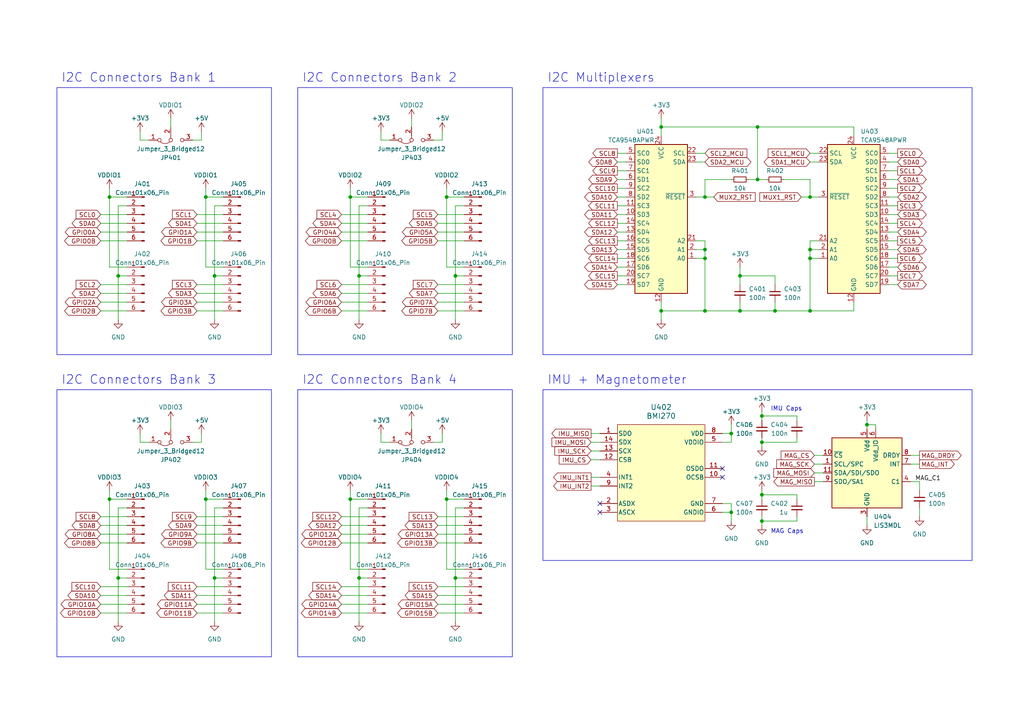
<source format=kicad_sch>
(kicad_sch (version 20230121) (generator eeschema)
  (paper "A4")
  (junction (at 234.95 74.93))
  (junction (at 214.63 80.01))
  (junction (at 31.75 57.15))
  (junction (at 251.46 123.19))
  (junction (at 34.29 167.64))
  (junction (at 212.09 125.73))
  (junction (at 219.71 36.83))
  (junction (at 214.63 90.17))
  (junction (at 234.95 90.17))
  (junction (at 224.79 90.17))
  (junction (at 191.77 90.17))
  (junction (at 132.08 167.64))
  (junction (at 220.98 120.65))
  (junction (at 132.08 80.01))
  (junction (at 204.47 90.17))
  (junction (at 234.95 72.39))
  (junction (at 104.14 80.01))
  (junction (at 204.47 74.93))
  (junction (at 59.69 57.15))
  (junction (at 191.77 36.83))
  (junction (at 220.98 128.27))
  (junction (at 59.69 144.78))
  (junction (at 101.6 144.78))
  (junction (at 220.98 151.13))
  (junction (at 219.71 52.07))
  (junction (at 104.14 167.64))
  (junction (at 129.54 57.15))
  (junction (at 204.47 72.39))
  (junction (at 220.98 143.51))
  (junction (at 204.47 57.15))
  (junction (at 34.29 80.01))
  (junction (at 129.54 144.78))
  (junction (at 212.09 148.59))
  (junction (at 62.23 167.64))
  (junction (at 62.23 80.01))
  (junction (at 101.6 57.15))
  (junction (at 31.75 144.78))
  (junction (at 234.95 57.15))
  (no_connect (at 173.99 148.59))
  (no_connect (at 209.55 138.43))
  (no_connect (at 173.99 146.05))
  (no_connect (at 209.55 135.89))
  (wire (pts (xy 101.6 144.78) (xy 101.6 142.24)))
  (wire (pts (xy 110.49 40.64) (xy 113.03 40.64)))
  (wire (pts (xy 236.22 134.62) (xy 238.76 134.62)))
  (wire (pts (xy 220.98 144.78) (xy 220.98 143.51)))
  (wire (pts (xy 104.14 167.64) (xy 106.68 167.64)))
  (wire (pts (xy 209.55 148.59) (xy 212.09 148.59)))
  (wire (pts (xy 106.68 165.1) (xy 101.6 165.1)))
  (wire (pts (xy 179.07 44.45) (xy 181.61 44.45)))
  (wire (pts (xy 266.7 139.7) (xy 264.16 139.7)))
  (wire (pts (xy 212.09 151.13) (xy 212.09 148.59)))
  (wire (pts (xy 224.79 90.17) (xy 234.95 90.17)))
  (wire (pts (xy 59.69 144.78) (xy 59.69 165.1)))
  (wire (pts (xy 57.15 175.26) (xy 64.77 175.26)))
  (wire (pts (xy 247.65 36.83) (xy 247.65 39.37)))
  (wire (pts (xy 127 175.26) (xy 134.62 175.26)))
  (wire (pts (xy 128.27 40.64) (xy 128.27 38.1)))
  (wire (pts (xy 104.14 180.34) (xy 104.14 167.64)))
  (wire (pts (xy 171.45 133.35) (xy 173.99 133.35)))
  (wire (pts (xy 104.14 59.69) (xy 106.68 59.69)))
  (wire (pts (xy 106.68 144.78) (xy 101.6 144.78)))
  (wire (pts (xy 179.07 46.99) (xy 181.61 46.99)))
  (wire (pts (xy 57.15 64.77) (xy 64.77 64.77)))
  (wire (pts (xy 260.35 57.15) (xy 257.81 57.15)))
  (wire (pts (xy 232.41 57.15) (xy 234.95 57.15)))
  (wire (pts (xy 36.83 144.78) (xy 31.75 144.78)))
  (wire (pts (xy 260.35 59.69) (xy 257.81 59.69)))
  (wire (pts (xy 58.42 128.27) (xy 58.42 125.73)))
  (wire (pts (xy 57.15 67.31) (xy 64.77 67.31)))
  (wire (pts (xy 55.88 128.27) (xy 58.42 128.27)))
  (wire (pts (xy 204.47 72.39) (xy 201.93 72.39)))
  (wire (pts (xy 260.35 69.85) (xy 257.81 69.85)))
  (wire (pts (xy 29.21 157.48) (xy 36.83 157.48)))
  (wire (pts (xy 29.21 67.31) (xy 36.83 67.31)))
  (wire (pts (xy 34.29 167.64) (xy 36.83 167.64)))
  (wire (pts (xy 99.06 149.86) (xy 106.68 149.86)))
  (wire (pts (xy 40.64 128.27) (xy 43.18 128.27)))
  (wire (pts (xy 134.62 57.15) (xy 129.54 57.15)))
  (wire (pts (xy 99.06 157.48) (xy 106.68 157.48)))
  (wire (pts (xy 99.06 172.72) (xy 106.68 172.72)))
  (wire (pts (xy 209.55 128.27) (xy 212.09 128.27)))
  (wire (pts (xy 171.45 130.81) (xy 173.99 130.81)))
  (wire (pts (xy 99.06 82.55) (xy 106.68 82.55)))
  (wire (pts (xy 234.95 74.93) (xy 237.49 74.93)))
  (wire (pts (xy 212.09 146.05) (xy 209.55 146.05)))
  (wire (pts (xy 212.09 128.27) (xy 212.09 125.73)))
  (wire (pts (xy 214.63 80.01) (xy 214.63 82.55)))
  (wire (pts (xy 204.47 90.17) (xy 214.63 90.17)))
  (wire (pts (xy 231.14 151.13) (xy 220.98 151.13)))
  (wire (pts (xy 104.14 147.32) (xy 106.68 147.32)))
  (wire (pts (xy 127 64.77) (xy 134.62 64.77)))
  (wire (pts (xy 127 172.72) (xy 134.62 172.72)))
  (wire (pts (xy 99.06 62.23) (xy 106.68 62.23)))
  (wire (pts (xy 62.23 167.64) (xy 64.77 167.64)))
  (wire (pts (xy 260.35 52.07) (xy 257.81 52.07)))
  (wire (pts (xy 266.7 134.62) (xy 264.16 134.62)))
  (wire (pts (xy 204.47 74.93) (xy 204.47 90.17)))
  (wire (pts (xy 99.06 177.8) (xy 106.68 177.8)))
  (wire (pts (xy 127 85.09) (xy 134.62 85.09)))
  (wire (pts (xy 179.07 57.15) (xy 181.61 57.15)))
  (wire (pts (xy 260.35 74.93) (xy 257.81 74.93)))
  (wire (pts (xy 204.47 46.99) (xy 201.93 46.99)))
  (wire (pts (xy 260.35 67.31) (xy 257.81 67.31)))
  (wire (pts (xy 40.64 38.1) (xy 40.64 40.64)))
  (wire (pts (xy 34.29 59.69) (xy 34.29 80.01)))
  (wire (pts (xy 234.95 90.17) (xy 247.65 90.17)))
  (wire (pts (xy 179.07 82.55) (xy 181.61 82.55)))
  (wire (pts (xy 234.95 44.45) (xy 237.49 44.45)))
  (wire (pts (xy 99.06 170.18) (xy 106.68 170.18)))
  (wire (pts (xy 99.06 67.31) (xy 106.68 67.31)))
  (wire (pts (xy 129.54 144.78) (xy 129.54 142.24)))
  (wire (pts (xy 127 82.55) (xy 134.62 82.55)))
  (wire (pts (xy 127 152.4) (xy 134.62 152.4)))
  (wire (pts (xy 29.21 172.72) (xy 36.83 172.72)))
  (wire (pts (xy 204.47 74.93) (xy 201.93 74.93)))
  (wire (pts (xy 34.29 147.32) (xy 34.29 167.64)))
  (wire (pts (xy 204.47 44.45) (xy 201.93 44.45)))
  (wire (pts (xy 62.23 147.32) (xy 64.77 147.32)))
  (wire (pts (xy 57.15 62.23) (xy 64.77 62.23)))
  (wire (pts (xy 266.7 142.24) (xy 266.7 139.7)))
  (wire (pts (xy 119.38 36.83) (xy 119.38 34.29)))
  (wire (pts (xy 55.88 40.64) (xy 58.42 40.64)))
  (wire (pts (xy 209.55 125.73) (xy 212.09 125.73)))
  (wire (pts (xy 134.62 77.47) (xy 129.54 77.47)))
  (wire (pts (xy 132.08 59.69) (xy 134.62 59.69)))
  (wire (pts (xy 57.15 90.17) (xy 64.77 90.17)))
  (wire (pts (xy 191.77 34.29) (xy 191.77 36.83)))
  (wire (pts (xy 129.54 144.78) (xy 129.54 165.1)))
  (wire (pts (xy 62.23 80.01) (xy 64.77 80.01)))
  (wire (pts (xy 227.33 52.07) (xy 234.95 52.07)))
  (wire (pts (xy 62.23 92.71) (xy 62.23 80.01)))
  (wire (pts (xy 251.46 124.46) (xy 251.46 123.19)))
  (wire (pts (xy 31.75 144.78) (xy 31.75 142.24)))
  (wire (pts (xy 127 170.18) (xy 134.62 170.18)))
  (wire (pts (xy 101.6 144.78) (xy 101.6 165.1)))
  (wire (pts (xy 62.23 59.69) (xy 64.77 59.69)))
  (wire (pts (xy 34.29 180.34) (xy 34.29 167.64)))
  (wire (pts (xy 29.21 170.18) (xy 36.83 170.18)))
  (wire (pts (xy 127 177.8) (xy 134.62 177.8)))
  (wire (pts (xy 254 124.46) (xy 254 123.19)))
  (wire (pts (xy 132.08 180.34) (xy 132.08 167.64)))
  (wire (pts (xy 179.07 80.01) (xy 181.61 80.01)))
  (wire (pts (xy 64.77 57.15) (xy 59.69 57.15)))
  (wire (pts (xy 49.53 124.46) (xy 49.53 121.92)))
  (wire (pts (xy 29.21 87.63) (xy 36.83 87.63)))
  (wire (pts (xy 29.21 69.85) (xy 36.83 69.85)))
  (wire (pts (xy 29.21 62.23) (xy 36.83 62.23)))
  (wire (pts (xy 234.95 57.15) (xy 237.49 57.15)))
  (wire (pts (xy 104.14 59.69) (xy 104.14 80.01)))
  (wire (pts (xy 171.45 128.27) (xy 173.99 128.27)))
  (wire (pts (xy 57.15 69.85) (xy 64.77 69.85)))
  (wire (pts (xy 64.77 144.78) (xy 59.69 144.78)))
  (wire (pts (xy 127 157.48) (xy 134.62 157.48)))
  (wire (pts (xy 212.09 52.07) (xy 204.47 52.07)))
  (wire (pts (xy 57.15 149.86) (xy 64.77 149.86)))
  (wire (pts (xy 224.79 82.55) (xy 224.79 80.01)))
  (wire (pts (xy 219.71 36.83) (xy 247.65 36.83)))
  (wire (pts (xy 34.29 92.71) (xy 34.29 80.01)))
  (wire (pts (xy 219.71 36.83) (xy 219.71 52.07)))
  (wire (pts (xy 179.07 64.77) (xy 181.61 64.77)))
  (wire (pts (xy 171.45 138.43) (xy 173.99 138.43)))
  (wire (pts (xy 234.95 74.93) (xy 234.95 90.17)))
  (wire (pts (xy 59.69 57.15) (xy 59.69 77.47)))
  (wire (pts (xy 179.07 62.23) (xy 181.61 62.23)))
  (wire (pts (xy 204.47 69.85) (xy 204.47 72.39)))
  (wire (pts (xy 134.62 165.1) (xy 129.54 165.1)))
  (wire (pts (xy 236.22 137.16) (xy 238.76 137.16)))
  (wire (pts (xy 104.14 92.71) (xy 104.14 80.01)))
  (wire (pts (xy 266.7 149.86) (xy 266.7 147.32)))
  (wire (pts (xy 266.7 132.08) (xy 264.16 132.08)))
  (wire (pts (xy 219.71 52.07) (xy 222.25 52.07)))
  (wire (pts (xy 57.15 85.09) (xy 64.77 85.09)))
  (wire (pts (xy 125.73 128.27) (xy 128.27 128.27)))
  (wire (pts (xy 31.75 144.78) (xy 31.75 165.1)))
  (wire (pts (xy 34.29 59.69) (xy 36.83 59.69)))
  (wire (pts (xy 132.08 147.32) (xy 132.08 167.64)))
  (wire (pts (xy 132.08 167.64) (xy 134.62 167.64)))
  (wire (pts (xy 106.68 57.15) (xy 101.6 57.15)))
  (wire (pts (xy 204.47 69.85) (xy 201.93 69.85)))
  (wire (pts (xy 260.35 54.61) (xy 257.81 54.61)))
  (wire (pts (xy 236.22 139.7) (xy 238.76 139.7)))
  (wire (pts (xy 220.98 128.27) (xy 220.98 127)))
  (wire (pts (xy 217.17 52.07) (xy 219.71 52.07)))
  (wire (pts (xy 29.21 90.17) (xy 36.83 90.17)))
  (wire (pts (xy 220.98 121.92) (xy 220.98 120.65)))
  (wire (pts (xy 260.35 44.45) (xy 257.81 44.45)))
  (wire (pts (xy 214.63 87.63) (xy 214.63 90.17)))
  (wire (pts (xy 204.47 57.15) (xy 207.01 57.15)))
  (wire (pts (xy 127 62.23) (xy 134.62 62.23)))
  (wire (pts (xy 260.35 46.99) (xy 257.81 46.99)))
  (wire (pts (xy 59.69 57.15) (xy 59.69 54.61)))
  (wire (pts (xy 29.21 85.09) (xy 36.83 85.09)))
  (wire (pts (xy 204.47 52.07) (xy 204.47 57.15)))
  (wire (pts (xy 234.95 69.85) (xy 234.95 72.39)))
  (wire (pts (xy 99.06 152.4) (xy 106.68 152.4)))
  (wire (pts (xy 212.09 148.59) (xy 212.09 146.05)))
  (wire (pts (xy 260.35 80.01) (xy 257.81 80.01)))
  (wire (pts (xy 191.77 90.17) (xy 191.77 87.63)))
  (wire (pts (xy 231.14 121.92) (xy 231.14 120.65)))
  (wire (pts (xy 36.83 57.15) (xy 31.75 57.15)))
  (wire (pts (xy 179.07 67.31) (xy 181.61 67.31)))
  (wire (pts (xy 104.14 80.01) (xy 106.68 80.01)))
  (wire (pts (xy 62.23 59.69) (xy 62.23 80.01)))
  (wire (pts (xy 29.21 64.77) (xy 36.83 64.77)))
  (wire (pts (xy 231.14 128.27) (xy 220.98 128.27)))
  (wire (pts (xy 191.77 36.83) (xy 191.77 39.37)))
  (wire (pts (xy 224.79 87.63) (xy 224.79 90.17)))
  (wire (pts (xy 119.38 124.46) (xy 119.38 121.92)))
  (wire (pts (xy 34.29 80.01) (xy 36.83 80.01)))
  (wire (pts (xy 212.09 125.73) (xy 212.09 123.19)))
  (wire (pts (xy 127 154.94) (xy 134.62 154.94)))
  (wire (pts (xy 260.35 82.55) (xy 257.81 82.55)))
  (wire (pts (xy 31.75 57.15) (xy 31.75 77.47)))
  (wire (pts (xy 34.29 147.32) (xy 36.83 147.32)))
  (wire (pts (xy 179.07 54.61) (xy 181.61 54.61)))
  (wire (pts (xy 134.62 144.78) (xy 129.54 144.78)))
  (wire (pts (xy 231.14 143.51) (xy 220.98 143.51)))
  (wire (pts (xy 260.35 72.39) (xy 257.81 72.39)))
  (wire (pts (xy 231.14 120.65) (xy 220.98 120.65)))
  (wire (pts (xy 29.21 82.55) (xy 36.83 82.55)))
  (wire (pts (xy 234.95 69.85) (xy 237.49 69.85)))
  (wire (pts (xy 191.77 90.17) (xy 191.77 92.71)))
  (wire (pts (xy 191.77 36.83) (xy 219.71 36.83)))
  (wire (pts (xy 179.07 77.47) (xy 181.61 77.47)))
  (wire (pts (xy 127 87.63) (xy 134.62 87.63)))
  (wire (pts (xy 260.35 49.53) (xy 257.81 49.53)))
  (wire (pts (xy 236.22 132.08) (xy 238.76 132.08)))
  (wire (pts (xy 57.15 152.4) (xy 64.77 152.4)))
  (wire (pts (xy 214.63 80.01) (xy 224.79 80.01)))
  (wire (pts (xy 204.47 90.17) (xy 191.77 90.17)))
  (wire (pts (xy 57.15 172.72) (xy 64.77 172.72)))
  (wire (pts (xy 57.15 82.55) (xy 64.77 82.55)))
  (wire (pts (xy 62.23 180.34) (xy 62.23 167.64)))
  (wire (pts (xy 132.08 59.69) (xy 132.08 80.01)))
  (wire (pts (xy 101.6 57.15) (xy 101.6 77.47)))
  (wire (pts (xy 254 123.19) (xy 251.46 123.19)))
  (wire (pts (xy 260.35 64.77) (xy 257.81 64.77)))
  (wire (pts (xy 251.46 152.4) (xy 251.46 149.86)))
  (wire (pts (xy 234.95 72.39) (xy 234.95 74.93)))
  (wire (pts (xy 220.98 143.51) (xy 220.98 142.24)))
  (wire (pts (xy 204.47 72.39) (xy 204.47 74.93)))
  (wire (pts (xy 101.6 57.15) (xy 101.6 54.61)))
  (wire (pts (xy 251.46 123.19) (xy 251.46 121.92)))
  (wire (pts (xy 220.98 129.54) (xy 220.98 128.27)))
  (wire (pts (xy 179.07 74.93) (xy 181.61 74.93)))
  (wire (pts (xy 110.49 125.73) (xy 110.49 128.27)))
  (wire (pts (xy 260.35 77.47) (xy 257.81 77.47)))
  (wire (pts (xy 29.21 149.86) (xy 36.83 149.86)))
  (wire (pts (xy 99.06 69.85) (xy 106.68 69.85)))
  (wire (pts (xy 234.95 52.07) (xy 234.95 57.15)))
  (wire (pts (xy 231.14 149.86) (xy 231.14 151.13)))
  (wire (pts (xy 179.07 49.53) (xy 181.61 49.53)))
  (wire (pts (xy 132.08 147.32) (xy 134.62 147.32)))
  (wire (pts (xy 179.07 59.69) (xy 181.61 59.69)))
  (wire (pts (xy 40.64 125.73) (xy 40.64 128.27)))
  (wire (pts (xy 40.64 40.64) (xy 43.18 40.64)))
  (wire (pts (xy 99.06 90.17) (xy 106.68 90.17)))
  (wire (pts (xy 179.07 52.07) (xy 181.61 52.07)))
  (wire (pts (xy 104.14 147.32) (xy 104.14 167.64)))
  (wire (pts (xy 57.15 177.8) (xy 64.77 177.8)))
  (wire (pts (xy 179.07 69.85) (xy 181.61 69.85)))
  (wire (pts (xy 36.83 77.47) (xy 31.75 77.47)))
  (wire (pts (xy 214.63 77.47) (xy 214.63 80.01)))
  (wire (pts (xy 132.08 92.71) (xy 132.08 80.01)))
  (wire (pts (xy 59.69 144.78) (xy 59.69 142.24)))
  (wire (pts (xy 57.15 157.48) (xy 64.77 157.48)))
  (wire (pts (xy 128.27 128.27) (xy 128.27 125.73)))
  (wire (pts (xy 231.14 127) (xy 231.14 128.27)))
  (wire (pts (xy 129.54 57.15) (xy 129.54 54.61)))
  (wire (pts (xy 29.21 177.8) (xy 36.83 177.8)))
  (wire (pts (xy 231.14 144.78) (xy 231.14 143.51)))
  (wire (pts (xy 171.45 140.97) (xy 173.99 140.97)))
  (wire (pts (xy 99.06 175.26) (xy 106.68 175.26)))
  (wire (pts (xy 64.77 165.1) (xy 59.69 165.1)))
  (wire (pts (xy 29.21 175.26) (xy 36.83 175.26)))
  (wire (pts (xy 110.49 38.1) (xy 110.49 40.64)))
  (wire (pts (xy 127 90.17) (xy 134.62 90.17)))
  (wire (pts (xy 110.49 128.27) (xy 113.03 128.27)))
  (wire (pts (xy 220.98 120.65) (xy 220.98 119.38)))
  (wire (pts (xy 106.68 77.47) (xy 101.6 77.47)))
  (wire (pts (xy 62.23 147.32) (xy 62.23 167.64)))
  (wire (pts (xy 64.77 77.47) (xy 59.69 77.47)))
  (wire (pts (xy 132.08 80.01) (xy 134.62 80.01)))
  (wire (pts (xy 57.15 170.18) (xy 64.77 170.18)))
  (wire (pts (xy 29.21 152.4) (xy 36.83 152.4)))
  (wire (pts (xy 129.54 57.15) (xy 129.54 77.47)))
  (wire (pts (xy 99.06 154.94) (xy 106.68 154.94)))
  (wire (pts (xy 57.15 87.63) (xy 64.77 87.63)))
  (wire (pts (xy 99.06 64.77) (xy 106.68 64.77)))
  (wire (pts (xy 125.73 40.64) (xy 128.27 40.64)))
  (wire (pts (xy 58.42 40.64) (xy 58.42 38.1)))
  (wire (pts (xy 31.75 57.15) (xy 31.75 54.61)))
  (wire (pts (xy 36.83 165.1) (xy 31.75 165.1)))
  (wire (pts (xy 127 69.85) (xy 134.62 69.85)))
  (wire (pts (xy 260.35 62.23) (xy 257.81 62.23)))
  (wire (pts (xy 201.93 57.15) (xy 204.47 57.15)))
  (wire (pts (xy 171.45 125.73) (xy 173.99 125.73)))
  (wire (pts (xy 99.06 85.09) (xy 106.68 85.09)))
  (wire (pts (xy 99.06 87.63) (xy 106.68 87.63)))
  (wire (pts (xy 220.98 152.4) (xy 220.98 151.13)))
  (wire (pts (xy 234.95 72.39) (xy 237.49 72.39)))
  (wire (pts (xy 49.53 36.83) (xy 49.53 34.29)))
  (wire (pts (xy 127 149.86) (xy 134.62 149.86)))
  (wire (pts (xy 57.15 154.94) (xy 64.77 154.94)))
  (wire (pts (xy 214.63 90.17) (xy 224.79 90.17)))
  (wire (pts (xy 234.95 46.99) (xy 237.49 46.99)))
  (wire (pts (xy 220.98 151.13) (xy 220.98 149.86)))
  (wire (pts (xy 29.21 154.94) (xy 36.83 154.94)))
  (wire (pts (xy 179.07 72.39) (xy 181.61 72.39)))
  (wire (pts (xy 247.65 90.17) (xy 247.65 87.63)))
  (wire (pts (xy 127 67.31) (xy 134.62 67.31)))
  (rectangle (start 157.48 113.03) (end 281.94 162.56))
  (rectangle (start 16.51 25.4) (end 78.74 102.87))
  (rectangle (start 157.48 25.4) (end 281.94 102.87))
  (rectangle (start 86.36 25.4) (end 148.59 102.87))
  (rectangle (start 86.36 113.03) (end 148.59 190.5))
  (rectangle (start 16.51 113.03) (end 78.74 190.5))
  (text "MAG Caps" (at 223.52 154.94 0) (effects (font (size 1.27 1.27)) (justify left bottom)))
  (text "I2C Connectors Bank 1" (at 17.78 24.13 0) (effects (font (size 2.54 2.54)) (justify left bottom)))
  (text "I2C Connectors Bank 4" (at 87.63 111.76 0) (effects (font (size 2.54 2.54)) (justify left bottom)))
  (text "I2C Connectors Bank 3" (at 17.78 111.76 0) (effects (font (size 2.54 2.54)) (justify left bottom)))
  (text "IMU Caps" (at 223.52 119.38 0) (effects (font (size 1.27 1.27)) (justify left bottom)))
  (text "IMU + Magnetometer" (at 158.75 111.76 0) (effects (font (size 2.54 2.54)) (justify left bottom)))
  (text "I2C Multiplexers" (at 158.75 24.13 0) (effects (font (size 2.54 2.54)) (justify left bottom)))
  (text "I2C Connectors Bank 2" (at 87.63 24.13 0) (effects (font (size 2.54 2.54)) (justify left bottom)))
  (label "MAG_C1" (at 265.43 139.7 0))
  (global_label "GPIO1B" (shape bidirectional) (at 57.15 69.85 180) (property "Intersheetrefs" "${INTERSHEET_REFS}" (effects hide)))
  (global_label "SDA7" (shape bidirectional) (at 127 85.09 180) (property "Intersheetrefs" "${INTERSHEET_REFS}" (effects hide)))
  (global_label "GPIO9B" (shape bidirectional) (at 57.15 157.48 180) (property "Intersheetrefs" "${INTERSHEET_REFS}" (effects hide)))
  (global_label "SCL15" (shape output) (at 179.07 80.01 180) (property "Intersheetrefs" "${INTERSHEET_REFS}" (effects hide)))
  (global_label "IMU_INT1" (shape output) (at 171.45 138.43 180) (property "Intersheetrefs" "${INTERSHEET_REFS}" (effects hide)))
  (global_label "SCL11" (shape input) (at 57.15 170.18 180) (property "Intersheetrefs" "${INTERSHEET_REFS}" (effects hide)))
  (global_label "GPIO0B" (shape bidirectional) (at 99.06 69.85 180) (property "Intersheetrefs" "${INTERSHEET_REFS}" (effects hide)))
  (global_label "MAG_INT" (shape output) (at 266.7 134.62 0) (property "Intersheetrefs" "${INTERSHEET_REFS}" (effects hide)))
  (global_label "SCL15" (shape input) (at 127 170.18 180) (property "Intersheetrefs" "${INTERSHEET_REFS}" (effects hide)))
  (global_label "SDA12" (shape bidirectional) (at 179.07 67.31 180) (property "Intersheetrefs" "${INTERSHEET_REFS}" (effects hide)))
  (global_label "SCL1_MCU" (shape input) (at 234.95 44.45 180) (property "Intersheetrefs" "${INTERSHEET_REFS}" (effects hide)))
  (global_label "GPIO11B" (shape bidirectional) (at 57.15 177.8 180) (property "Intersheetrefs" "${INTERSHEET_REFS}" (effects hide)))
  (global_label "IMU_MISO" (shape output) (at 171.45 125.73 180) (property "Intersheetrefs" "${INTERSHEET_REFS}" (effects hide)))
  (global_label "IMU_INT2" (shape output) (at 171.45 140.97 180) (property "Intersheetrefs" "${INTERSHEET_REFS}" (effects hide)))
  (global_label "SCL2" (shape input) (at 29.21 82.55 180) (property "Intersheetrefs" "${INTERSHEET_REFS}" (effects hide)))
  (global_label "SDA10" (shape bidirectional) (at 179.07 57.15 180) (property "Intersheetrefs" "${INTERSHEET_REFS}" (effects hide)))
  (global_label "IMU_SCK" (shape input) (at 171.45 130.81 180) (property "Intersheetrefs" "${INTERSHEET_REFS}" (effects hide)))
  (global_label "SCL9" (shape input) (at 57.15 149.86 180) (property "Intersheetrefs" "${INTERSHEET_REFS}" (effects hide)))
  (global_label "SDA10" (shape bidirectional) (at 29.21 172.72 180) (property "Intersheetrefs" "${INTERSHEET_REFS}" (effects hide)))
  (global_label "SCL2_MCU" (shape input) (at 204.47 44.45 0) (property "Intersheetrefs" "${INTERSHEET_REFS}" (effects hide)))
  (global_label "SDA3" (shape bidirectional) (at 260.35 62.23 0) (property "Intersheetrefs" "${INTERSHEET_REFS}" (effects hide)))
  (global_label "SCL3" (shape input) (at 57.15 82.55 180) (property "Intersheetrefs" "${INTERSHEET_REFS}" (effects hide)))
  (global_label "SDA9" (shape bidirectional) (at 57.15 152.4 180) (property "Intersheetrefs" "${INTERSHEET_REFS}" (effects hide)))
  (global_label "SCL12" (shape output) (at 179.07 64.77 180) (property "Intersheetrefs" "${INTERSHEET_REFS}" (effects hide)))
  (global_label "SCL6" (shape input) (at 99.06 82.55 180) (property "Intersheetrefs" "${INTERSHEET_REFS}" (effects hide)))
  (global_label "GPIO12A" (shape bidirectional) (at 99.06 154.94 180) (property "Intersheetrefs" "${INTERSHEET_REFS}" (effects hide)))
  (global_label "GPIO15A" (shape bidirectional) (at 127 175.26 180) (property "Intersheetrefs" "${INTERSHEET_REFS}" (effects hide)))
  (global_label "SCL11" (shape output) (at 179.07 59.69 180) (property "Intersheetrefs" "${INTERSHEET_REFS}" (effects hide)))
  (global_label "SCL8" (shape output) (at 179.07 44.45 180) (property "Intersheetrefs" "${INTERSHEET_REFS}" (effects hide)))
  (global_label "SDA8" (shape bidirectional) (at 29.21 152.4 180) (property "Intersheetrefs" "${INTERSHEET_REFS}" (effects hide)))
  (global_label "GPIO7A" (shape bidirectional) (at 127 87.63 180) (property "Intersheetrefs" "${INTERSHEET_REFS}" (effects hide)))
  (global_label "SDA3" (shape bidirectional) (at 57.15 85.09 180) (property "Intersheetrefs" "${INTERSHEET_REFS}" (effects hide)))
  (global_label "GPIO8A" (shape bidirectional) (at 29.21 154.94 180) (property "Intersheetrefs" "${INTERSHEET_REFS}" (effects hide)))
  (global_label "GPIO11A" (shape bidirectional) (at 57.15 175.26 180) (property "Intersheetrefs" "${INTERSHEET_REFS}" (effects hide)))
  (global_label "SDA13" (shape bidirectional) (at 127 152.4 180) (property "Intersheetrefs" "${INTERSHEET_REFS}" (effects hide)))
  (global_label "SDA15" (shape bidirectional) (at 127 172.72 180) (property "Intersheetrefs" "${INTERSHEET_REFS}" (effects hide)))
  (global_label "SCL14" (shape output) (at 179.07 74.93 180) (property "Intersheetrefs" "${INTERSHEET_REFS}" (effects hide)))
  (global_label "SCL14" (shape input) (at 99.06 170.18 180) (property "Intersheetrefs" "${INTERSHEET_REFS}" (effects hide)))
  (global_label "SDA14" (shape bidirectional) (at 99.06 172.72 180) (property "Intersheetrefs" "${INTERSHEET_REFS}" (effects hide)))
  (global_label "SDA1" (shape bidirectional) (at 57.15 64.77 180) (property "Intersheetrefs" "${INTERSHEET_REFS}" (effects hide)))
  (global_label "IMU_CS" (shape input) (at 171.45 133.35 180) (property "Intersheetrefs" "${INTERSHEET_REFS}" (effects hide)))
  (global_label "MUX1_RST" (shape input) (at 232.41 57.15 180) (property "Intersheetrefs" "${INTERSHEET_REFS}" (effects hide)))
  (global_label "SCL6" (shape output) (at 260.35 74.93 0) (property "Intersheetrefs" "${INTERSHEET_REFS}" (effects hide)))
  (global_label "GPIO14B" (shape bidirectional) (at 99.06 177.8 180) (property "Intersheetrefs" "${INTERSHEET_REFS}" (effects hide)))
  (global_label "MAG_DRDY" (shape output) (at 266.7 132.08 0) (property "Intersheetrefs" "${INTERSHEET_REFS}" (effects hide)))
  (global_label "GPIO10A" (shape bidirectional) (at 29.21 175.26 180) (property "Intersheetrefs" "${INTERSHEET_REFS}" (effects hide)))
  (global_label "MUX2_RST" (shape input) (at 207.01 57.15 0) (property "Intersheetrefs" "${INTERSHEET_REFS}" (effects hide)))
  (global_label "GPIO3B" (shape bidirectional) (at 57.15 90.17 180) (property "Intersheetrefs" "${INTERSHEET_REFS}" (effects hide)))
  (global_label "SDA6" (shape bidirectional) (at 99.06 85.09 180) (property "Intersheetrefs" "${INTERSHEET_REFS}" (effects hide)))
  (global_label "IMU_MOSI" (shape input) (at 171.45 128.27 180) (property "Intersheetrefs" "${INTERSHEET_REFS}" (effects hide)))
  (global_label "SCL1" (shape output) (at 260.35 49.53 0) (property "Intersheetrefs" "${INTERSHEET_REFS}" (effects hide)))
  (global_label "SCL13" (shape output) (at 179.07 69.85 180) (property "Intersheetrefs" "${INTERSHEET_REFS}" (effects hide)))
  (global_label "GPIO7B" (shape bidirectional) (at 127 90.17 180) (property "Intersheetrefs" "${INTERSHEET_REFS}" (effects hide)))
  (global_label "GPIO9A" (shape bidirectional) (at 57.15 154.94 180) (property "Intersheetrefs" "${INTERSHEET_REFS}" (effects hide)))
  (global_label "SDA0" (shape bidirectional) (at 260.35 46.99 0) (property "Intersheetrefs" "${INTERSHEET_REFS}" (effects hide)))
  (global_label "GPIO3A" (shape bidirectional) (at 57.15 87.63 180) (property "Intersheetrefs" "${INTERSHEET_REFS}" (effects hide)))
  (global_label "SCL2" (shape output) (at 260.35 54.61 0) (property "Intersheetrefs" "${INTERSHEET_REFS}" (effects hide)))
  (global_label "SCL12" (shape input) (at 99.06 149.86 180) (property "Intersheetrefs" "${INTERSHEET_REFS}" (effects hide)))
  (global_label "SDA1" (shape bidirectional) (at 260.35 52.07 0) (property "Intersheetrefs" "${INTERSHEET_REFS}" (effects hide)))
  (global_label "SCL4" (shape output) (at 260.35 64.77 0) (property "Intersheetrefs" "${INTERSHEET_REFS}" (effects hide)))
  (global_label "SDA2" (shape bidirectional) (at 29.21 85.09 180) (property "Intersheetrefs" "${INTERSHEET_REFS}" (effects hide)))
  (global_label "SCL7" (shape output) (at 260.35 80.01 0) (property "Intersheetrefs" "${INTERSHEET_REFS}" (effects hide)))
  (global_label "GPIO0A" (shape bidirectional) (at 29.21 67.31 180) (property "Intersheetrefs" "${INTERSHEET_REFS}" (effects hide)))
  (global_label "GPIO2A" (shape bidirectional) (at 29.21 87.63 180) (property "Intersheetrefs" "${INTERSHEET_REFS}" (effects hide)))
  (global_label "SDA4" (shape bidirectional) (at 260.35 67.31 0) (property "Intersheetrefs" "${INTERSHEET_REFS}" (effects hide)))
  (global_label "SCL5" (shape output) (at 260.35 69.85 0) (property "Intersheetrefs" "${INTERSHEET_REFS}" (effects hide)))
  (global_label "SDA2" (shape bidirectional) (at 260.35 57.15 0) (property "Intersheetrefs" "${INTERSHEET_REFS}" (effects hide)))
  (global_label "SCL5" (shape input) (at 127 62.23 180) (property "Intersheetrefs" "${INTERSHEET_REFS}" (effects hide)))
  (global_label "SDA13" (shape bidirectional) (at 179.07 72.39 180) (property "Intersheetrefs" "${INTERSHEET_REFS}" (effects hide)))
  (global_label "SDA1_MCU" (shape bidirectional) (at 234.95 46.99 180) (property "Intersheetrefs" "${INTERSHEET_REFS}" (effects hide)))
  (global_label "GPIO8B" (shape bidirectional) (at 29.21 157.48 180) (property "Intersheetrefs" "${INTERSHEET_REFS}" (effects hide)))
  (global_label "SDA5" (shape bidirectional) (at 260.35 72.39 0) (property "Intersheetrefs" "${INTERSHEET_REFS}" (effects hide)))
  (global_label "SDA15" (shape bidirectional) (at 179.07 82.55 180) (property "Intersheetrefs" "${INTERSHEET_REFS}" (effects hide)))
  (global_label "SDA11" (shape bidirectional) (at 179.07 62.23 180) (property "Intersheetrefs" "${INTERSHEET_REFS}" (effects hide)))
  (global_label "MAG_SCK" (shape input) (at 236.22 134.62 180) (property "Intersheetrefs" "${INTERSHEET_REFS}" (effects hide)))
  (global_label "SCL3" (shape output) (at 260.35 59.69 0) (property "Intersheetrefs" "${INTERSHEET_REFS}" (effects hide)))
  (global_label "SDA11" (shape bidirectional) (at 57.15 172.72 180) (property "Intersheetrefs" "${INTERSHEET_REFS}" (effects hide)))
  (global_label "SCL9" (shape output) (at 179.07 49.53 180) (property "Intersheetrefs" "${INTERSHEET_REFS}" (effects hide)))
  (global_label "MAG_MOSI" (shape input) (at 236.22 137.16 180) (property "Intersheetrefs" "${INTERSHEET_REFS}" (effects hide)))
  (global_label "SDA4" (shape bidirectional) (at 99.06 64.77 180) (property "Intersheetrefs" "${INTERSHEET_REFS}" (effects hide)))
  (global_label "GPIO5B" (shape bidirectional) (at 127 69.85 180) (property "Intersheetrefs" "${INTERSHEET_REFS}" (effects hide)))
  (global_label "SCL8" (shape input) (at 29.21 149.86 180) (property "Intersheetrefs" "${INTERSHEET_REFS}" (effects hide)))
  (global_label "MAG_MISO" (shape output) (at 236.22 139.7 180) (property "Intersheetrefs" "${INTERSHEET_REFS}" (effects hide)))
  (global_label "GPIO0B" (shape bidirectional) (at 29.21 69.85 180) (property "Intersheetrefs" "${INTERSHEET_REFS}" (effects hide)))
  (global_label "GPIO13A" (shape bidirectional) (at 127 154.94 180) (property "Intersheetrefs" "${INTERSHEET_REFS}" (effects hide)))
  (global_label "SDA8" (shape bidirectional) (at 179.07 46.99 180) (property "Intersheetrefs" "${INTERSHEET_REFS}" (effects hide)))
  (global_label "SCL4" (shape input) (at 99.06 62.23 180) (property "Intersheetrefs" "${INTERSHEET_REFS}" (effects hide)))
  (global_label "GPIO2B" (shape bidirectional) (at 29.21 90.17 180) (property "Intersheetrefs" "${INTERSHEET_REFS}" (effects hide)))
  (global_label "GPIO5A" (shape bidirectional) (at 127 67.31 180) (property "Intersheetrefs" "${INTERSHEET_REFS}" (effects hide)))
  (global_label "SCL13" (shape input) (at 127 149.86 180) (property "Intersheetrefs" "${INTERSHEET_REFS}" (effects hide)))
  (global_label "GPIO10B" (shape bidirectional) (at 29.21 177.8 180) (property "Intersheetrefs" "${INTERSHEET_REFS}" (effects hide)))
  (global_label "GPIO14A" (shape bidirectional) (at 99.06 175.26 180) (property "Intersheetrefs" "${INTERSHEET_REFS}" (effects hide)))
  (global_label "SCL10" (shape input) (at 29.21 170.18 180) (property "Intersheetrefs" "${INTERSHEET_REFS}" (effects hide)))
  (global_label "SCL7" (shape input) (at 127 82.55 180) (property "Intersheetrefs" "${INTERSHEET_REFS}" (effects hide)))
  (global_label "MAG_CS" (shape input) (at 236.22 132.08 180) (property "Intersheetrefs" "${INTERSHEET_REFS}" (effects hide)))
  (global_label "GPIO13B" (shape bidirectional) (at 127 157.48 180) (property "Intersheetrefs" "${INTERSHEET_REFS}" (effects hide)))
  (global_label "GPIO1A" (shape bidirectional) (at 57.15 67.31 180) (property "Intersheetrefs" "${INTERSHEET_REFS}" (effects hide)))
  (global_label "SCL0" (shape output) (at 260.35 44.45 0) (property "Intersheetrefs" "${INTERSHEET_REFS}" (effects hide)))
  (global_label "GPIO4A" (shape bidirectional) (at 99.06 67.31 180) (property "Intersheetrefs" "${INTERSHEET_REFS}" (effects hide)))
  (global_label "SCL10" (shape output) (at 179.07 54.61 180) (property "Intersheetrefs" "${INTERSHEET_REFS}" (effects hide)))
  (global_label "GPIO15B" (shape bidirectional) (at 127 177.8 180) (property "Intersheetrefs" "${INTERSHEET_REFS}" (effects hide)))
  (global_label "SDA12" (shape bidirectional) (at 99.06 152.4 180) (property "Intersheetrefs" "${INTERSHEET_REFS}" (effects hide)))
  (global_label "SDA2_MCU" (shape bidirectional) (at 204.47 46.99 0) (property "Intersheetrefs" "${INTERSHEET_REFS}" (effects hide)))
  (global_label "SCL1" (shape input) (at 57.15 62.23 180) (property "Intersheetrefs" "${INTERSHEET_REFS}" (effects hide)))
  (global_label "GPIO6A" (shape bidirectional) (at 99.06 87.63 180) (property "Intersheetrefs" "${INTERSHEET_REFS}" (effects hide)))
  (global_label "SDA5" (shape bidirectional) (at 127 64.77 180) (property "Intersheetrefs" "${INTERSHEET_REFS}" (effects hide)))
  (global_label "SDA9" (shape bidirectional) (at 179.07 52.07 180) (property "Intersheetrefs" "${INTERSHEET_REFS}" (effects hide)))
  (global_label "SDA6" (shape bidirectional) (at 260.35 77.47 0) (property "Intersheetrefs" "${INTERSHEET_REFS}" (effects hide)))
  (global_label "SDA7" (shape bidirectional) (at 260.35 82.55 0) (property "Intersheetrefs" "${INTERSHEET_REFS}" (effects hide)))
  (global_label "GPIO12B" (shape bidirectional) (at 99.06 157.48 180) (property "Intersheetrefs" "${INTERSHEET_REFS}" (effects hide)))
  (global_label "SDA0" (shape bidirectional) (at 29.21 64.77 180) (property "Intersheetrefs" "${INTERSHEET_REFS}" (effects hide)))
  (global_label "GPIO6B" (shape bidirectional) (at 99.06 90.17 180) (property "Intersheetrefs" "${INTERSHEET_REFS}" (effects hide)))
  (global_label "SCL0" (shape input) (at 29.21 62.23 180) (property "Intersheetrefs" "${INTERSHEET_REFS}" (effects hide)))
  (global_label "SDA14" (shape bidirectional) (at 179.07 77.47 180) (property "Intersheetrefs" "${INTERSHEET_REFS}" (effects hide)))
  (symbol (lib_id "TCA9548APWR:TCA9548APWR") (at 247.65 63.5 0) (unit 1)
    (property "Reference" "U403" (at 249.6059 38.1 0) (effects (justify left)))
    (property "Value" "TCA9548APWR" (at 249.6059 40.64 0) (effects (justify left)))
    (property "Footprint" "MSL Footprints:SOP65P640X120-24N" (effects hide))
    (property "Datasheet" "http://www.ti.com/lit/ds/symlink/tca9548a.pdf" (effects hide))
    (property "Height" "1.2" (effects hide))
    (property "Manufacturer_Name" "Texas Instruments" (effects hide))
    (property "Manufacturer_Part_Number" "TCA9548APWR" (effects hide))
    (property "Mouser Part Number" "595-TCA9548APWR" (effects hide))
    (property "Mouser Price/Stock" "https://www.mouser.co.uk/ProductDetail/Texas-Instruments/TCA9548APWR?qs=iFaFN7AS2WF%252BqSiJMbdYwQ%3D%3D" (effects hide))
    (property "Arrow Part Number" "TCA9548APWR" (effects hide))
    (property "Arrow Price/Stock" "https://www.arrow.com/en/products/tca9548apwr/texas-instruments?region=nac" (effects hide))
  )
  (symbol (lib_id "MSL_Symbols:VDDIO4") (at 119.38 121.92 0) (unit 1)
    (property "Reference" "#PWR0422" (effects hide))
    (property "Value" "VDDIO4" (at 119.38 118.11 0))
  )
  (symbol (lib_id "Connector:Conn_01x06_Pin") (at 41.91 170.18 0) (mirror y) (unit 1)
    (property "Reference" "J404" (at 41.275 161.29 0))
    (property "Value" "Conn_01x06_Pin" (at 41.275 163.83 0))
    (property "Footprint" "Connector_PinHeader_2.54mm:PinHeader_1x06_P2.54mm_Vertical" (effects hide))
  )
  (symbol (lib_id "Device:C_Small") (at 224.79 85.09 0) (unit 1)
    (property "Reference" "C403" (at 227.33 83.82 0) (effects (justify left)))
    (property "Value" "100n" (at 227.33 86.36 0) (effects (justify left)))
    (property "Footprint" "Capacitor_SMD:C_0402_1005Metric" (effects hide))
  )
  (symbol (lib_id "power:GND") (at 220.98 129.54 0) (mirror y) (unit 1)
    (property "Reference" "#PWR0438" (effects hide))
    (property "Value" "GND" (at 220.98 134.62 0))
  )
  (symbol (lib_id "power:+3V3") (at 110.49 125.73 0) (unit 1)
    (property "Reference" "#PWR0420" (effects hide))
    (property "Value" "+3V3" (at 110.49 121.92 0))
  )
  (symbol (lib_id "Connector:Conn_01x06_Pin") (at 41.91 62.23 0) (mirror y) (unit 1)
    (property "Reference" "J401" (at 41.275 53.34 0))
    (property "Value" "Conn_01x06_Pin" (at 41.275 55.88 0))
    (property "Footprint" "Connector_PinHeader_2.54mm:PinHeader_1x06_P2.54mm_Vertical" (effects hide))
  )
  (symbol (lib_id "Device:R_Small") (at 214.63 52.07 90) (unit 1)
    (property "Reference" "R401" (at 214.63 49.53 90))
    (property "Value" "10k" (at 214.63 54.61 90))
    (property "Footprint" "Resistor_SMD:R_0402_1005Metric" (effects hide))
  )
  (symbol (lib_id "MSL_Symbols:VDDIO3") (at 59.69 142.24 0) (unit 1)
    (property "Reference" "#PWR0412" (effects hide))
    (property "Value" "VDDIO3" (at 59.69 138.43 0))
  )
  (symbol (lib_id "Connector:Conn_01x06_Pin") (at 139.7 149.86 0) (mirror y) (unit 1)
    (property "Reference" "J415" (at 139.065 140.97 0))
    (property "Value" "Conn_01x06_Pin" (at 139.065 143.51 0))
    (property "Footprint" "Connector_PinHeader_2.54mm:PinHeader_1x06_P2.54mm_Vertical" (effects hide))
  )
  (symbol (lib_id "Connector:Conn_01x06_Pin") (at 111.76 170.18 0) (mirror y) (unit 1)
    (property "Reference" "J412" (at 111.125 161.29 0))
    (property "Value" "Conn_01x06_Pin" (at 111.125 163.83 0))
    (property "Footprint" "Connector_PinHeader_2.54mm:PinHeader_1x06_P2.54mm_Vertical" (effects hide))
  )
  (symbol (lib_id "power:+5V") (at 128.27 38.1 0) (unit 1)
    (property "Reference" "#PWR0423" (effects hide))
    (property "Value" "+5V" (at 128.27 34.29 0))
  )
  (symbol (lib_id "MSL_Symbols:VDDIO1") (at 49.53 34.29 0) (unit 1)
    (property "Reference" "#PWR0407" (effects hide))
    (property "Value" "VDDIO1" (at 49.53 30.48 0))
  )
  (symbol (lib_id "power:+3V3") (at 212.09 123.19 0) (unit 1)
    (property "Reference" "#PWR0432" (effects hide))
    (property "Value" "+3V3" (at 212.09 119.38 0))
  )
  (symbol (lib_id "Connector:Conn_01x06_Pin") (at 69.85 82.55 0) (mirror y) (unit 1)
    (property "Reference" "J406" (at 69.215 73.66 0))
    (property "Value" "Conn_01x06_Pin" (at 69.215 76.2 0))
    (property "Footprint" "Connector_PinHeader_2.54mm:PinHeader_1x06_P2.54mm_Vertical" (effects hide))
  )
  (symbol (lib_id "power:GND") (at 34.29 92.71 0) (unit 1)
    (property "Reference" "#PWR0403" (effects hide))
    (property "Value" "GND" (at 34.29 97.79 0))
  )
  (symbol (lib_id "power:GND") (at 191.77 92.71 0) (unit 1)
    (property "Reference" "#PWR0430" (effects hide))
    (property "Value" "GND" (at 191.77 97.79 0))
  )
  (symbol (lib_id "Device:C_Small") (at 231.14 124.46 0) (mirror y) (unit 1)
    (property "Reference" "C404" (at 228.6 123.19 0) (effects (justify left)))
    (property "Value" "100n" (at 228.6 125.73 0) (effects (justify left)))
    (property "Footprint" "Capacitor_SMD:C_0402_1005Metric" (effects hide))
  )
  (symbol (lib_id "TCA9548APWR:TCA9548APWR") (at 191.77 63.5 0) (mirror y) (unit 1)
    (property "Reference" "U401" (at 189.8141 38.1 0) (effects (justify left)))
    (property "Value" "TCA9548APWR" (at 189.8141 40.64 0) (effects (justify left)))
    (property "Footprint" "MSL Footprints:SOP65P640X120-24N" (effects hide))
    (property "Datasheet" "http://www.ti.com/lit/ds/symlink/tca9548a.pdf" (effects hide))
    (property "Height" "1.2" (effects hide))
    (property "Manufacturer_Name" "Texas Instruments" (effects hide))
    (property "Manufacturer_Part_Number" "TCA9548APWR" (effects hide))
    (property "Mouser Part Number" "595-TCA9548APWR" (effects hide))
    (property "Mouser Price/Stock" "https://www.mouser.co.uk/ProductDetail/Texas-Instruments/TCA9548APWR?qs=iFaFN7AS2WF%252BqSiJMbdYwQ%3D%3D" (effects hide))
    (property "Arrow Part Number" "TCA9548APWR" (effects hide))
    (property "Arrow Price/Stock" "https://www.arrow.com/en/products/tca9548apwr/texas-instruments?region=nac" (effects hide))
  )
  (symbol (lib_id "power:+3V3") (at 40.64 125.73 0) (unit 1)
    (property "Reference" "#PWR0406" (effects hide))
    (property "Value" "+3V3" (at 40.64 121.92 0))
  )
  (symbol (lib_id "power:GND") (at 62.23 180.34 0) (unit 1)
    (property "Reference" "#PWR0414" (effects hide))
    (property "Value" "GND" (at 62.23 185.42 0))
  )
  (symbol (lib_id "Device:C_Small") (at 266.7 144.78 0) (unit 1)
    (property "Reference" "C405" (at 269.24 143.51 0) (effects (justify left)))
    (property "Value" "100n" (at 269.24 146.05 0) (effects (justify left)))
    (property "Footprint" "Capacitor_SMD:C_0402_1005Metric" (effects hide))
  )
  (symbol (lib_id "power:GND") (at 132.08 92.71 0) (unit 1)
    (property "Reference" "#PWR0427" (effects hide))
    (property "Value" "GND" (at 132.08 97.79 0))
  )
  (symbol (lib_id "power:GND") (at 251.46 152.4 0) (unit 1)
    (property "Reference" "#PWR0434" (effects hide))
    (property "Value" "GND" (at 251.46 157.48 0))
  )
  (symbol (lib_id "power:+5V") (at 128.27 125.73 0) (unit 1)
    (property "Reference" "#PWR0424" (effects hide))
    (property "Value" "+5V" (at 128.27 121.92 0))
  )
  (symbol (lib_id "Jumper:Jumper_3_Bridged12") (at 119.38 40.64 0) (mirror x) (unit 1)
    (property "Reference" "JP403" (at 119.38 45.72 0))
    (property "Value" "Jumper_3_Bridged12" (at 119.38 43.18 0))
    (property "Footprint" "Connector_PinHeader_2.54mm:PinHeader_1x03_P2.54mm_Vertical" (effects hide))
  )
  (symbol (lib_id "power:GND") (at 34.29 180.34 0) (unit 1)
    (property "Reference" "#PWR0404" (effects hide))
    (property "Value" "GND" (at 34.29 185.42 0))
  )
  (symbol (lib_id "power:GND") (at 132.08 180.34 0) (unit 1)
    (property "Reference" "#PWR0428" (effects hide))
    (property "Value" "GND" (at 132.08 185.42 0))
  )
  (symbol (lib_id "Device:C_Small") (at 220.98 147.32 0) (mirror y) (unit 1)
    (property "Reference" "C407" (at 218.44 146.05 0) (effects (justify left)))
    (property "Value" "100n" (at 218.44 148.59 0) (effects (justify left)))
    (property "Footprint" "Capacitor_SMD:C_0402_1005Metric" (effects hide))
  )
  (symbol (lib_id "MSL_Symbols:VDDIO4") (at 101.6 142.24 0) (unit 1)
    (property "Reference" "#PWR0416" (effects hide))
    (property "Value" "VDDIO4" (at 101.6 138.43 0))
  )
  (symbol (lib_id "power:+3V3") (at 191.77 34.29 0) (unit 1)
    (property "Reference" "#PWR0429" (effects hide))
    (property "Value" "+3V3" (at 191.77 30.48 0))
  )
  (symbol (lib_id "MSL_Symbols:VDDIO3") (at 31.75 142.24 0) (unit 1)
    (property "Reference" "#PWR0402" (effects hide))
    (property "Value" "VDDIO3" (at 31.75 138.43 0))
  )
  (symbol (lib_id "power:+3V3") (at 251.46 121.92 0) (unit 1)
    (property "Reference" "#PWR0435" (effects hide))
    (property "Value" "+3V3" (at 251.46 118.11 0))
  )
  (symbol (lib_id "MSL_Symbols:VDDIO1") (at 59.69 54.61 0) (mirror y) (unit 1)
    (property "Reference" "#PWR0411" (effects hide))
    (property "Value" "VDDIO1" (at 59.69 50.8 0))
  )
  (symbol (lib_id "Connector:Conn_01x06_Pin") (at 41.91 82.55 0) (mirror y) (unit 1)
    (property "Reference" "J402" (at 41.275 73.66 0))
    (property "Value" "Conn_01x06_Pin" (at 41.275 76.2 0))
    (property "Footprint" "Connector_PinHeader_2.54mm:PinHeader_1x06_P2.54mm_Vertical" (effects hide))
  )
  (symbol (lib_id "Device:C_Small") (at 231.14 147.32 0) (mirror y) (unit 1)
    (property "Reference" "C402" (at 228.6 146.05 0) (effects (justify left)))
    (property "Value" "1u" (at 228.6 148.59 0) (effects (justify left)))
    (property "Footprint" "Capacitor_SMD:C_0402_1005Metric" (effects hide))
  )
  (symbol (lib_id "power:+3V3") (at 220.98 142.24 0) (mirror y) (unit 1)
    (property "Reference" "#PWR0439" (effects hide))
    (property "Value" "+3V3" (at 220.98 138.43 0))
  )
  (symbol (lib_id "MSL_Symbols:VDDIO4") (at 129.54 142.24 0) (unit 1)
    (property "Reference" "#PWR0426" (effects hide))
    (property "Value" "VDDIO4" (at 129.54 138.43 0))
  )
  (symbol (lib_id "power:+5V") (at 58.42 38.1 0) (unit 1)
    (property "Reference" "#PWR0409" (effects hide))
    (property "Value" "+5V" (at 58.42 34.29 0))
  )
  (symbol (lib_id "Connector:Conn_01x06_Pin") (at 139.7 62.23 0) (mirror y) (unit 1)
    (property "Reference" "J413" (at 139.065 53.34 0))
    (property "Value" "Conn_01x06_Pin" (at 139.065 55.88 0))
    (property "Footprint" "Connector_PinHeader_2.54mm:PinHeader_1x06_P2.54mm_Vertical" (effects hide))
  )
  (symbol (lib_id "Jumper:Jumper_3_Bridged12") (at 49.53 40.64 0) (mirror x) (unit 1)
    (property "Reference" "JP401" (at 49.53 45.72 0))
    (property "Value" "Jumper_3_Bridged12" (at 49.53 43.18 0))
    (property "Footprint" "Connector_PinHeader_2.54mm:PinHeader_1x03_P2.54mm_Vertical" (effects hide))
  )
  (symbol (lib_id "Connector:Conn_01x06_Pin") (at 41.91 149.86 0) (mirror y) (unit 1)
    (property "Reference" "J403" (at 41.275 140.97 0))
    (property "Value" "Conn_01x06_Pin" (at 41.275 143.51 0))
    (property "Footprint" "Connector_PinHeader_2.54mm:PinHeader_1x06_P2.54mm_Vertical" (effects hide))
  )
  (symbol (lib_id "power:+3V3") (at 220.98 119.38 0) (mirror y) (unit 1)
    (property "Reference" "#PWR0437" (effects hide))
    (property "Value" "+3V3" (at 220.98 115.57 0))
  )
  (symbol (lib_id "Connector:Conn_01x06_Pin") (at 111.76 62.23 0) (mirror y) (unit 1)
    (property "Reference" "J409" (at 111.125 53.34 0))
    (property "Value" "Conn_01x06_Pin" (at 111.125 55.88 0))
    (property "Footprint" "Connector_PinHeader_2.54mm:PinHeader_1x06_P2.54mm_Vertical" (effects hide))
  )
  (symbol (lib_id "power:GND") (at 266.7 149.86 0) (unit 1)
    (property "Reference" "#PWR0436" (effects hide))
    (property "Value" "GND" (at 266.7 154.94 0))
  )
  (symbol (lib_id "power:+3V3") (at 110.49 38.1 0) (unit 1)
    (property "Reference" "#PWR0419" (effects hide))
    (property "Value" "+3V3" (at 110.49 34.29 0))
  )
  (symbol (lib_id "power:GND") (at 212.09 151.13 0) (unit 1)
    (property "Reference" "#PWR0433" (effects hide))
    (property "Value" "GND" (at 212.09 156.21 0))
  )
  (symbol (lib_id "MSL_Symbols:VDDIO2") (at 101.6 54.61 0) (unit 1)
    (property "Reference" "#PWR0415" (effects hide))
    (property "Value" "VDDIO2" (at 101.6 50.8 0))
  )
  (symbol (lib_id "Connector:Conn_01x06_Pin") (at 139.7 82.55 0) (mirror y) (unit 1)
    (property "Reference" "J414" (at 139.065 73.66 0))
    (property "Value" "Conn_01x06_Pin" (at 139.065 76.2 0))
    (property "Footprint" "Connector_PinHeader_2.54mm:PinHeader_1x06_P2.54mm_Vertical" (effects hide))
  )
  (symbol (lib_id "power:+3V3") (at 214.63 77.47 0) (unit 1)
    (property "Reference" "#PWR0431" (effects hide))
    (property "Value" "+3V3" (at 214.63 73.66 0))
  )
  (symbol (lib_id "Jumper:Jumper_3_Bridged12") (at 49.53 128.27 0) (mirror x) (unit 1)
    (property "Reference" "JP402" (at 49.53 133.35 0))
    (property "Value" "Jumper_3_Bridged12" (at 49.53 130.81 0))
    (property "Footprint" "Connector_PinHeader_2.54mm:PinHeader_1x03_P2.54mm_Vertical" (effects hide))
  )
  (symbol (lib_id "Device:C_Small") (at 220.98 124.46 0) (mirror y) (unit 1)
    (property "Reference" "C406" (at 218.44 123.19 0) (effects (justify left)))
    (property "Value" "100n" (at 218.44 125.73 0) (effects (justify left)))
    (property "Footprint" "Capacitor_SMD:C_0402_1005Metric" (effects hide))
  )
  (symbol (lib_id "BMI270:BMI270") (at 191.77 137.16 0) (unit 1)
    (property "Reference" "U402" (at 191.77 118.11 0) (effects (font (size 1.524 1.524))))
    (property "Value" "BMI270" (at 191.77 120.65 0) (effects (font (size 1.524 1.524))))
    (property "Footprint" "MSL Footprints:BMI270_BOS" (effects hide))
    (property "Datasheet" "BMI270" (effects hide))
  )
  (symbol (lib_id "power:GND") (at 104.14 180.34 0) (unit 1)
    (property "Reference" "#PWR0418" (effects hide))
    (property "Value" "GND" (at 104.14 185.42 0))
  )
  (symbol (lib_id "Connector:Conn_01x06_Pin") (at 69.85 170.18 0) (mirror y) (unit 1)
    (property "Reference" "J408" (at 69.215 161.29 0))
    (property "Value" "Conn_01x06_Pin" (at 69.215 163.83 0))
    (property "Footprint" "Connector_PinHeader_2.54mm:PinHeader_1x06_P2.54mm_Vertical" (effects hide))
  )
  (symbol (lib_id "power:+3V3") (at 40.64 38.1 0) (unit 1)
    (property "Reference" "#PWR0405" (effects hide))
    (property "Value" "+3V3" (at 40.64 34.29 0))
  )
  (symbol (lib_id "MSL_Symbols:VDDIO2") (at 119.38 34.29 0) (unit 1)
    (property "Reference" "#PWR0421" (effects hide))
    (property "Value" "VDDIO2" (at 119.38 30.48 0))
  )
  (symbol (lib_id "Connector:Conn_01x06_Pin") (at 69.85 149.86 0) (mirror y) (unit 1)
    (property "Reference" "J407" (at 69.215 140.97 0))
    (property "Value" "Conn_01x06_Pin" (at 69.215 143.51 0))
    (property "Footprint" "Connector_PinHeader_2.54mm:PinHeader_1x06_P2.54mm_Vertical" (effects hide))
  )
  (symbol (lib_id "Device:R_Small") (at 224.79 52.07 270) (mirror x) (unit 1)
    (property "Reference" "R402" (at 224.79 49.53 90))
    (property "Value" "10k" (at 224.79 54.61 90))
    (property "Footprint" "Resistor_SMD:R_0402_1005Metric" (effects hide))
  )
  (symbol (lib_id "Connector:Conn_01x06_Pin") (at 111.76 82.55 0) (mirror y) (unit 1)
    (property "Reference" "J410" (at 111.125 73.66 0))
    (property "Value" "Conn_01x06_Pin" (at 111.125 76.2 0))
    (property "Footprint" "Connector_PinHeader_2.54mm:PinHeader_1x06_P2.54mm_Vertical" (effects hide))
  )
  (symbol (lib_id "Device:C_Small") (at 214.63 85.09 0) (unit 1)
    (property "Reference" "C401" (at 217.17 83.82 0) (effects (justify left)))
    (property "Value" "100n" (at 217.17 86.36 0) (effects (justify left)))
    (property "Footprint" "Capacitor_SMD:C_0402_1005Metric" (effects hide))
  )
  (symbol (lib_id "Connector:Conn_01x06_Pin") (at 69.85 62.23 0) (mirror y) (unit 1)
    (property "Reference" "J405" (at 69.215 53.34 0))
    (property "Value" "Conn_01x06_Pin" (at 69.215 55.88 0))
    (property "Footprint" "Connector_PinHeader_2.54mm:PinHeader_1x06_P2.54mm_Vertical" (effects hide))
  )
  (symbol (lib_id "power:GND") (at 220.98 152.4 0) (mirror y) (unit 1)
    (property "Reference" "#PWR0440" (effects hide))
    (property "Value" "GND" (at 220.98 157.48 0))
  )
  (symbol (lib_id "Jumper:Jumper_3_Bridged12") (at 119.38 128.27 0) (mirror x) (unit 1)
    (property "Reference" "JP404" (at 119.38 133.35 0))
    (property "Value" "Jumper_3_Bridged12" (at 119.38 130.81 0))
    (property "Footprint" "Connector_PinHeader_2.54mm:PinHeader_1x03_P2.54mm_Vertical" (effects hide))
  )
  (symbol (lib_id "Connector:Conn_01x06_Pin") (at 111.76 149.86 0) (mirror y) (unit 1)
    (property "Reference" "J411" (at 111.125 140.97 0))
    (property "Value" "Conn_01x06_Pin" (at 111.125 143.51 0))
    (property "Footprint" "Connector_PinHeader_2.54mm:PinHeader_1x06_P2.54mm_Vertical" (effects hide))
  )
  (symbol (lib_id "power:GND") (at 104.14 92.71 0) (unit 1)
    (property "Reference" "#PWR0417" (effects hide))
    (property "Value" "GND" (at 104.14 97.79 0))
  )
  (symbol (lib_id "power:GND") (at 62.23 92.71 0) (unit 1)
    (property "Reference" "#PWR0413" (effects hide))
    (property "Value" "GND" (at 62.23 97.79 0))
  )
  (symbol (lib_id "power:+5V") (at 58.42 125.73 0) (unit 1)
    (property "Reference" "#PWR0410" (effects hide))
    (property "Value" "+5V" (at 58.42 121.92 0))
  )
  (symbol (lib_id "Sensor_Magnetic:LIS3MDL") (at 251.46 137.16 0) (unit 1)
    (property "Reference" "U404" (at 253.4159 149.86 0) (effects (justify left)))
    (property "Value" "LIS3MDL" (at 253.4159 152.4 0) (effects (justify left)))
    (property "Footprint" "Package_LGA:LGA-12_2x2mm_P0.5mm" (effects hide))
    (property "Datasheet" "https://www.st.com/resource/en/datasheet/lis3mdl.pdf" (effects hide))
  )
  (symbol (lib_id "Connector:Conn_01x06_Pin") (at 139.7 170.18 0) (mirror y) (unit 1)
    (property "Reference" "J416" (at 139.065 161.29 0))
    (property "Value" "Conn_01x06_Pin" (at 139.065 163.83 0))
    (property "Footprint" "Connector_PinHeader_2.54mm:PinHeader_1x06_P2.54mm_Vertical" (effects hide))
  )
  (symbol (lib_id "MSL_Symbols:VDDIO3") (at 49.53 121.92 0) (unit 1)
    (property "Reference" "#PWR0408" (effects hide))
    (property "Value" "VDDIO3" (at 49.53 118.11 0))
  )
  (symbol (lib_id "MSL_Symbols:VDDIO2") (at 129.54 54.61 0) (unit 1)
    (property "Reference" "#PWR0425" (effects hide))
    (property "Value" "VDDIO2" (at 129.54 50.8 0))
  )
  (symbol (lib_id "MSL_Symbols:VDDIO1") (at 31.75 54.61 0) (mirror y) (unit 1)
    (property "Reference" "#PWR0401" (effects hide))
    (property "Value" "VDDIO1" (at 31.75 50.8 0))
  )
)
</source>
